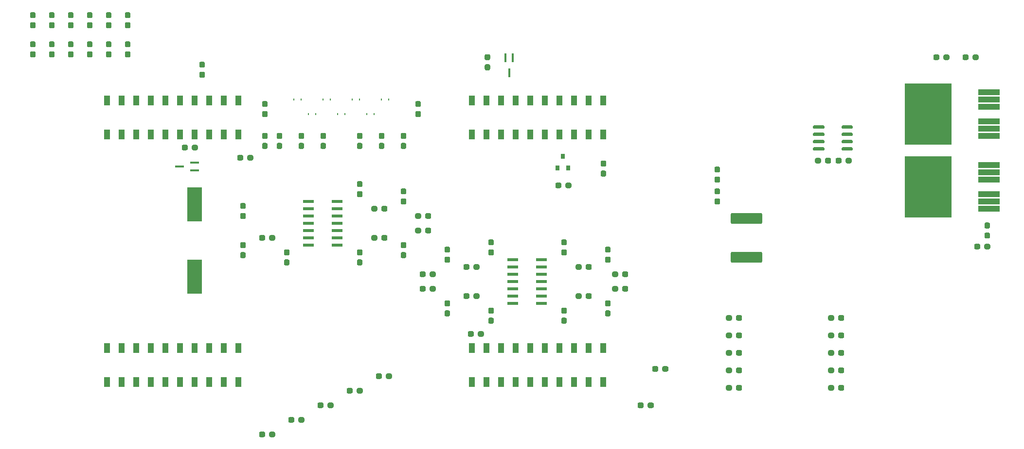
<source format=gbr>
%TF.GenerationSoftware,KiCad,Pcbnew,(5.1.6)-1*%
%TF.CreationDate,2020-11-27T18:27:37-06:00*%
%TF.ProjectId,BMS_2021_Rev1,424d535f-3230-4323-915f-526576312e6b,rev?*%
%TF.SameCoordinates,Original*%
%TF.FileFunction,Paste,Top*%
%TF.FilePolarity,Positive*%
%FSLAX46Y46*%
G04 Gerber Fmt 4.6, Leading zero omitted, Abs format (unit mm)*
G04 Created by KiCad (PCBNEW (5.1.6)-1) date 2020-11-27 18:27:37*
%MOMM*%
%LPD*%
G01*
G04 APERTURE LIST*
%ADD10R,0.990600X1.778000*%
%ADD11R,0.254000X0.406400*%
%ADD12R,8.200000X10.700000*%
%ADD13R,3.800000X1.050000*%
%ADD14R,0.800000X0.900000*%
%ADD15R,0.450000X1.500000*%
%ADD16R,1.981200X0.558800*%
%ADD17R,1.500000X0.450000*%
%ADD18R,2.500000X6.000000*%
G04 APERTURE END LIST*
D10*
%TO.C,U1*%
X85598000Y-42113200D03*
X83058000Y-42113200D03*
X80518000Y-42113200D03*
X77978000Y-42113200D03*
X75438000Y-42113200D03*
X72898000Y-42113200D03*
X70358000Y-42113200D03*
X67818000Y-42113200D03*
X65278000Y-42113200D03*
X62738000Y-42113200D03*
X85598000Y-48006000D03*
X83058000Y-48006000D03*
X80518000Y-48006000D03*
X77978000Y-48006000D03*
X75438000Y-48006000D03*
X72898000Y-48006000D03*
X70358000Y-48006000D03*
X67818000Y-48006000D03*
X65278000Y-48006000D03*
X62738000Y-48006000D03*
X85598000Y-91186000D03*
X83058000Y-91186000D03*
X80518000Y-91186000D03*
X77978000Y-91186000D03*
X75438000Y-91186000D03*
X72898000Y-91186000D03*
X70358000Y-91186000D03*
X67818000Y-91186000D03*
X65278000Y-91186000D03*
X62738000Y-91186000D03*
X85598000Y-85293200D03*
X83058000Y-85293200D03*
X80518000Y-85293200D03*
X77978000Y-85293200D03*
X75438000Y-85293200D03*
X72898000Y-85293200D03*
X70358000Y-85293200D03*
X67818000Y-85293200D03*
X65278000Y-85293200D03*
X62738000Y-85293200D03*
X131318000Y-42113200D03*
X128778000Y-42113200D03*
X126238000Y-42113200D03*
X149098000Y-48006000D03*
X146558000Y-48006000D03*
X144018000Y-48006000D03*
X141478000Y-48006000D03*
X138938000Y-48006000D03*
X136398000Y-48006000D03*
X133858000Y-48006000D03*
X131318000Y-48006000D03*
X128778000Y-48006000D03*
X126238000Y-48006000D03*
X149098000Y-91186000D03*
X144018000Y-91186000D03*
X138938000Y-91186000D03*
X136398000Y-91186000D03*
X133858000Y-91186000D03*
X131318000Y-91186000D03*
X128778000Y-91186000D03*
X149098000Y-85293200D03*
X144018000Y-85293200D03*
X133858000Y-85293200D03*
X131318000Y-85293200D03*
X128778000Y-85293200D03*
X126238000Y-85293200D03*
X138938000Y-85293200D03*
X141478000Y-85293200D03*
X146558000Y-91186000D03*
X133858000Y-42113200D03*
X136398000Y-42113200D03*
X146558000Y-85293200D03*
X141478000Y-91186000D03*
X144018000Y-42113200D03*
X141478000Y-42113200D03*
X136398000Y-85293200D03*
X138938000Y-42113200D03*
X146558000Y-42113200D03*
X149098000Y-42113200D03*
X126238000Y-91186000D03*
%TD*%
D11*
%TO.C,D4*%
X96443800Y-41910000D03*
X95250000Y-41910000D03*
%TD*%
%TO.C,R20*%
G36*
G01*
X144255000Y-71357500D02*
X144255000Y-70882500D01*
G75*
G02*
X144492500Y-70645000I237500J0D01*
G01*
X145067500Y-70645000D01*
G75*
G02*
X145305000Y-70882500I0J-237500D01*
G01*
X145305000Y-71357500D01*
G75*
G02*
X145067500Y-71595000I-237500J0D01*
G01*
X144492500Y-71595000D01*
G75*
G02*
X144255000Y-71357500I0J237500D01*
G01*
G37*
G36*
G01*
X146005000Y-71357500D02*
X146005000Y-70882500D01*
G75*
G02*
X146242500Y-70645000I237500J0D01*
G01*
X146817500Y-70645000D01*
G75*
G02*
X147055000Y-70882500I0J-237500D01*
G01*
X147055000Y-71357500D01*
G75*
G02*
X146817500Y-71595000I-237500J0D01*
G01*
X146242500Y-71595000D01*
G75*
G02*
X146005000Y-71357500I0J237500D01*
G01*
G37*
%TD*%
%TO.C,D11*%
X110490000Y-41910000D03*
X111683800Y-41910000D03*
%TD*%
%TO.C,D12*%
X109143800Y-44450000D03*
X107950000Y-44450000D03*
%TD*%
D12*
%TO.C,Q3*%
X205604000Y-44450000D03*
D13*
X216204000Y-40640000D03*
X216204000Y-41910000D03*
X216204000Y-43180000D03*
X216204000Y-45720000D03*
X216204000Y-46990000D03*
X216204000Y-48260000D03*
%TD*%
D12*
%TO.C,Q2*%
X205604000Y-57150000D03*
D13*
X216204000Y-53340000D03*
X216204000Y-54610000D03*
X216204000Y-55880000D03*
X216204000Y-58420000D03*
X216204000Y-59690000D03*
X216204000Y-60960000D03*
%TD*%
D14*
%TO.C,Q4*%
X142052000Y-51848000D03*
X143002000Y-53848000D03*
X141102000Y-53848000D03*
%TD*%
D15*
%TO.C,Q1*%
X132700000Y-37267500D03*
X132050000Y-34607500D03*
X133350000Y-34607500D03*
%TD*%
%TO.C,U7*%
G36*
G01*
X190541000Y-46886000D02*
X190541000Y-46586000D01*
G75*
G02*
X190691000Y-46436000I150000J0D01*
G01*
X192341000Y-46436000D01*
G75*
G02*
X192491000Y-46586000I0J-150000D01*
G01*
X192491000Y-46886000D01*
G75*
G02*
X192341000Y-47036000I-150000J0D01*
G01*
X190691000Y-47036000D01*
G75*
G02*
X190541000Y-46886000I0J150000D01*
G01*
G37*
G36*
G01*
X190541000Y-48156000D02*
X190541000Y-47856000D01*
G75*
G02*
X190691000Y-47706000I150000J0D01*
G01*
X192341000Y-47706000D01*
G75*
G02*
X192491000Y-47856000I0J-150000D01*
G01*
X192491000Y-48156000D01*
G75*
G02*
X192341000Y-48306000I-150000J0D01*
G01*
X190691000Y-48306000D01*
G75*
G02*
X190541000Y-48156000I0J150000D01*
G01*
G37*
G36*
G01*
X190541000Y-49426000D02*
X190541000Y-49126000D01*
G75*
G02*
X190691000Y-48976000I150000J0D01*
G01*
X192341000Y-48976000D01*
G75*
G02*
X192491000Y-49126000I0J-150000D01*
G01*
X192491000Y-49426000D01*
G75*
G02*
X192341000Y-49576000I-150000J0D01*
G01*
X190691000Y-49576000D01*
G75*
G02*
X190541000Y-49426000I0J150000D01*
G01*
G37*
G36*
G01*
X190541000Y-50696000D02*
X190541000Y-50396000D01*
G75*
G02*
X190691000Y-50246000I150000J0D01*
G01*
X192341000Y-50246000D01*
G75*
G02*
X192491000Y-50396000I0J-150000D01*
G01*
X192491000Y-50696000D01*
G75*
G02*
X192341000Y-50846000I-150000J0D01*
G01*
X190691000Y-50846000D01*
G75*
G02*
X190541000Y-50696000I0J150000D01*
G01*
G37*
G36*
G01*
X185591000Y-50696000D02*
X185591000Y-50396000D01*
G75*
G02*
X185741000Y-50246000I150000J0D01*
G01*
X187391000Y-50246000D01*
G75*
G02*
X187541000Y-50396000I0J-150000D01*
G01*
X187541000Y-50696000D01*
G75*
G02*
X187391000Y-50846000I-150000J0D01*
G01*
X185741000Y-50846000D01*
G75*
G02*
X185591000Y-50696000I0J150000D01*
G01*
G37*
G36*
G01*
X185591000Y-49426000D02*
X185591000Y-49126000D01*
G75*
G02*
X185741000Y-48976000I150000J0D01*
G01*
X187391000Y-48976000D01*
G75*
G02*
X187541000Y-49126000I0J-150000D01*
G01*
X187541000Y-49426000D01*
G75*
G02*
X187391000Y-49576000I-150000J0D01*
G01*
X185741000Y-49576000D01*
G75*
G02*
X185591000Y-49426000I0J150000D01*
G01*
G37*
G36*
G01*
X185591000Y-48156000D02*
X185591000Y-47856000D01*
G75*
G02*
X185741000Y-47706000I150000J0D01*
G01*
X187391000Y-47706000D01*
G75*
G02*
X187541000Y-47856000I0J-150000D01*
G01*
X187541000Y-48156000D01*
G75*
G02*
X187391000Y-48306000I-150000J0D01*
G01*
X185741000Y-48306000D01*
G75*
G02*
X185591000Y-48156000I0J150000D01*
G01*
G37*
G36*
G01*
X185591000Y-46886000D02*
X185591000Y-46586000D01*
G75*
G02*
X185741000Y-46436000I150000J0D01*
G01*
X187391000Y-46436000D01*
G75*
G02*
X187541000Y-46586000I0J-150000D01*
G01*
X187541000Y-46886000D01*
G75*
G02*
X187391000Y-47036000I-150000J0D01*
G01*
X185741000Y-47036000D01*
G75*
G02*
X185591000Y-46886000I0J150000D01*
G01*
G37*
%TD*%
D16*
%TO.C,U4*%
X138277600Y-69850000D03*
X138277600Y-71120000D03*
X138277600Y-72390000D03*
X138277600Y-73660000D03*
X138277600Y-74930000D03*
X138277600Y-76200000D03*
X138277600Y-77470000D03*
X133350000Y-77470000D03*
X133350000Y-76200000D03*
X133350000Y-74930000D03*
X133350000Y-73660000D03*
X133350000Y-72390000D03*
X133350000Y-71120000D03*
X133350000Y-69850000D03*
%TD*%
%TO.C,U3*%
X97790000Y-59690000D03*
X97790000Y-60960000D03*
X97790000Y-62230000D03*
X97790000Y-63500000D03*
X97790000Y-64770000D03*
X97790000Y-66040000D03*
X97790000Y-67310000D03*
X102717600Y-67310000D03*
X102717600Y-66040000D03*
X102717600Y-64770000D03*
X102717600Y-63500000D03*
X102717600Y-62230000D03*
X102717600Y-60960000D03*
X102717600Y-59690000D03*
%TD*%
%TO.C,R53*%
G36*
G01*
X66531500Y-27731000D02*
X66056500Y-27731000D01*
G75*
G02*
X65819000Y-27493500I0J237500D01*
G01*
X65819000Y-26918500D01*
G75*
G02*
X66056500Y-26681000I237500J0D01*
G01*
X66531500Y-26681000D01*
G75*
G02*
X66769000Y-26918500I0J-237500D01*
G01*
X66769000Y-27493500D01*
G75*
G02*
X66531500Y-27731000I-237500J0D01*
G01*
G37*
G36*
G01*
X66531500Y-29481000D02*
X66056500Y-29481000D01*
G75*
G02*
X65819000Y-29243500I0J237500D01*
G01*
X65819000Y-28668500D01*
G75*
G02*
X66056500Y-28431000I237500J0D01*
G01*
X66531500Y-28431000D01*
G75*
G02*
X66769000Y-28668500I0J-237500D01*
G01*
X66769000Y-29243500D01*
G75*
G02*
X66531500Y-29481000I-237500J0D01*
G01*
G37*
%TD*%
%TO.C,R52*%
G36*
G01*
X63229500Y-27731000D02*
X62754500Y-27731000D01*
G75*
G02*
X62517000Y-27493500I0J237500D01*
G01*
X62517000Y-26918500D01*
G75*
G02*
X62754500Y-26681000I237500J0D01*
G01*
X63229500Y-26681000D01*
G75*
G02*
X63467000Y-26918500I0J-237500D01*
G01*
X63467000Y-27493500D01*
G75*
G02*
X63229500Y-27731000I-237500J0D01*
G01*
G37*
G36*
G01*
X63229500Y-29481000D02*
X62754500Y-29481000D01*
G75*
G02*
X62517000Y-29243500I0J237500D01*
G01*
X62517000Y-28668500D01*
G75*
G02*
X62754500Y-28431000I237500J0D01*
G01*
X63229500Y-28431000D01*
G75*
G02*
X63467000Y-28668500I0J-237500D01*
G01*
X63467000Y-29243500D01*
G75*
G02*
X63229500Y-29481000I-237500J0D01*
G01*
G37*
%TD*%
%TO.C,R51*%
G36*
G01*
X59927500Y-27731000D02*
X59452500Y-27731000D01*
G75*
G02*
X59215000Y-27493500I0J237500D01*
G01*
X59215000Y-26918500D01*
G75*
G02*
X59452500Y-26681000I237500J0D01*
G01*
X59927500Y-26681000D01*
G75*
G02*
X60165000Y-26918500I0J-237500D01*
G01*
X60165000Y-27493500D01*
G75*
G02*
X59927500Y-27731000I-237500J0D01*
G01*
G37*
G36*
G01*
X59927500Y-29481000D02*
X59452500Y-29481000D01*
G75*
G02*
X59215000Y-29243500I0J237500D01*
G01*
X59215000Y-28668500D01*
G75*
G02*
X59452500Y-28431000I237500J0D01*
G01*
X59927500Y-28431000D01*
G75*
G02*
X60165000Y-28668500I0J-237500D01*
G01*
X60165000Y-29243500D01*
G75*
G02*
X59927500Y-29481000I-237500J0D01*
G01*
G37*
%TD*%
%TO.C,R50*%
G36*
G01*
X56625500Y-27731000D02*
X56150500Y-27731000D01*
G75*
G02*
X55913000Y-27493500I0J237500D01*
G01*
X55913000Y-26918500D01*
G75*
G02*
X56150500Y-26681000I237500J0D01*
G01*
X56625500Y-26681000D01*
G75*
G02*
X56863000Y-26918500I0J-237500D01*
G01*
X56863000Y-27493500D01*
G75*
G02*
X56625500Y-27731000I-237500J0D01*
G01*
G37*
G36*
G01*
X56625500Y-29481000D02*
X56150500Y-29481000D01*
G75*
G02*
X55913000Y-29243500I0J237500D01*
G01*
X55913000Y-28668500D01*
G75*
G02*
X56150500Y-28431000I237500J0D01*
G01*
X56625500Y-28431000D01*
G75*
G02*
X56863000Y-28668500I0J-237500D01*
G01*
X56863000Y-29243500D01*
G75*
G02*
X56625500Y-29481000I-237500J0D01*
G01*
G37*
%TD*%
%TO.C,R49*%
G36*
G01*
X53323500Y-27731000D02*
X52848500Y-27731000D01*
G75*
G02*
X52611000Y-27493500I0J237500D01*
G01*
X52611000Y-26918500D01*
G75*
G02*
X52848500Y-26681000I237500J0D01*
G01*
X53323500Y-26681000D01*
G75*
G02*
X53561000Y-26918500I0J-237500D01*
G01*
X53561000Y-27493500D01*
G75*
G02*
X53323500Y-27731000I-237500J0D01*
G01*
G37*
G36*
G01*
X53323500Y-29481000D02*
X52848500Y-29481000D01*
G75*
G02*
X52611000Y-29243500I0J237500D01*
G01*
X52611000Y-28668500D01*
G75*
G02*
X52848500Y-28431000I237500J0D01*
G01*
X53323500Y-28431000D01*
G75*
G02*
X53561000Y-28668500I0J-237500D01*
G01*
X53561000Y-29243500D01*
G75*
G02*
X53323500Y-29481000I-237500J0D01*
G01*
G37*
%TD*%
%TO.C,R48*%
G36*
G01*
X50021500Y-29481000D02*
X49546500Y-29481000D01*
G75*
G02*
X49309000Y-29243500I0J237500D01*
G01*
X49309000Y-28668500D01*
G75*
G02*
X49546500Y-28431000I237500J0D01*
G01*
X50021500Y-28431000D01*
G75*
G02*
X50259000Y-28668500I0J-237500D01*
G01*
X50259000Y-29243500D01*
G75*
G02*
X50021500Y-29481000I-237500J0D01*
G01*
G37*
G36*
G01*
X50021500Y-27731000D02*
X49546500Y-27731000D01*
G75*
G02*
X49309000Y-27493500I0J237500D01*
G01*
X49309000Y-26918500D01*
G75*
G02*
X49546500Y-26681000I237500J0D01*
G01*
X50021500Y-26681000D01*
G75*
G02*
X50259000Y-26918500I0J-237500D01*
G01*
X50259000Y-27493500D01*
G75*
G02*
X50021500Y-27731000I-237500J0D01*
G01*
G37*
%TD*%
%TO.C,R47*%
G36*
G01*
X76753000Y-50054500D02*
X76753000Y-50529500D01*
G75*
G02*
X76515500Y-50767000I-237500J0D01*
G01*
X75940500Y-50767000D01*
G75*
G02*
X75703000Y-50529500I0J237500D01*
G01*
X75703000Y-50054500D01*
G75*
G02*
X75940500Y-49817000I237500J0D01*
G01*
X76515500Y-49817000D01*
G75*
G02*
X76753000Y-50054500I0J-237500D01*
G01*
G37*
G36*
G01*
X78503000Y-50054500D02*
X78503000Y-50529500D01*
G75*
G02*
X78265500Y-50767000I-237500J0D01*
G01*
X77690500Y-50767000D01*
G75*
G02*
X77453000Y-50529500I0J237500D01*
G01*
X77453000Y-50054500D01*
G75*
G02*
X77690500Y-49817000I237500J0D01*
G01*
X78265500Y-49817000D01*
G75*
G02*
X78503000Y-50054500I0J-237500D01*
G01*
G37*
%TD*%
%TO.C,R46*%
G36*
G01*
X169147500Y-54655000D02*
X168672500Y-54655000D01*
G75*
G02*
X168435000Y-54417500I0J237500D01*
G01*
X168435000Y-53842500D01*
G75*
G02*
X168672500Y-53605000I237500J0D01*
G01*
X169147500Y-53605000D01*
G75*
G02*
X169385000Y-53842500I0J-237500D01*
G01*
X169385000Y-54417500D01*
G75*
G02*
X169147500Y-54655000I-237500J0D01*
G01*
G37*
G36*
G01*
X169147500Y-56405000D02*
X168672500Y-56405000D01*
G75*
G02*
X168435000Y-56167500I0J237500D01*
G01*
X168435000Y-55592500D01*
G75*
G02*
X168672500Y-55355000I237500J0D01*
G01*
X169147500Y-55355000D01*
G75*
G02*
X169385000Y-55592500I0J-237500D01*
G01*
X169385000Y-56167500D01*
G75*
G02*
X169147500Y-56405000I-237500J0D01*
G01*
G37*
%TD*%
%TO.C,R45*%
G36*
G01*
X169147500Y-58465000D02*
X168672500Y-58465000D01*
G75*
G02*
X168435000Y-58227500I0J237500D01*
G01*
X168435000Y-57652500D01*
G75*
G02*
X168672500Y-57415000I237500J0D01*
G01*
X169147500Y-57415000D01*
G75*
G02*
X169385000Y-57652500I0J-237500D01*
G01*
X169385000Y-58227500D01*
G75*
G02*
X169147500Y-58465000I-237500J0D01*
G01*
G37*
G36*
G01*
X169147500Y-60215000D02*
X168672500Y-60215000D01*
G75*
G02*
X168435000Y-59977500I0J237500D01*
G01*
X168435000Y-59402500D01*
G75*
G02*
X168672500Y-59165000I237500J0D01*
G01*
X169147500Y-59165000D01*
G75*
G02*
X169385000Y-59402500I0J-237500D01*
G01*
X169385000Y-59977500D01*
G75*
G02*
X169147500Y-60215000I-237500J0D01*
G01*
G37*
%TD*%
%TO.C,R44*%
G36*
G01*
X142477000Y-57133500D02*
X142477000Y-56658500D01*
G75*
G02*
X142714500Y-56421000I237500J0D01*
G01*
X143289500Y-56421000D01*
G75*
G02*
X143527000Y-56658500I0J-237500D01*
G01*
X143527000Y-57133500D01*
G75*
G02*
X143289500Y-57371000I-237500J0D01*
G01*
X142714500Y-57371000D01*
G75*
G02*
X142477000Y-57133500I0J237500D01*
G01*
G37*
G36*
G01*
X140727000Y-57133500D02*
X140727000Y-56658500D01*
G75*
G02*
X140964500Y-56421000I237500J0D01*
G01*
X141539500Y-56421000D01*
G75*
G02*
X141777000Y-56658500I0J-237500D01*
G01*
X141777000Y-57133500D01*
G75*
G02*
X141539500Y-57371000I-237500J0D01*
G01*
X140964500Y-57371000D01*
G75*
G02*
X140727000Y-57133500I0J237500D01*
G01*
G37*
%TD*%
%TO.C,R41*%
G36*
G01*
X209313000Y-34306500D02*
X209313000Y-34781500D01*
G75*
G02*
X209075500Y-35019000I-237500J0D01*
G01*
X208500500Y-35019000D01*
G75*
G02*
X208263000Y-34781500I0J237500D01*
G01*
X208263000Y-34306500D01*
G75*
G02*
X208500500Y-34069000I237500J0D01*
G01*
X209075500Y-34069000D01*
G75*
G02*
X209313000Y-34306500I0J-237500D01*
G01*
G37*
G36*
G01*
X207563000Y-34306500D02*
X207563000Y-34781500D01*
G75*
G02*
X207325500Y-35019000I-237500J0D01*
G01*
X206750500Y-35019000D01*
G75*
G02*
X206513000Y-34781500I0J237500D01*
G01*
X206513000Y-34306500D01*
G75*
G02*
X206750500Y-34069000I237500J0D01*
G01*
X207325500Y-34069000D01*
G75*
G02*
X207563000Y-34306500I0J-237500D01*
G01*
G37*
%TD*%
%TO.C,R40*%
G36*
G01*
X212643000Y-34306500D02*
X212643000Y-34781500D01*
G75*
G02*
X212405500Y-35019000I-237500J0D01*
G01*
X211830500Y-35019000D01*
G75*
G02*
X211593000Y-34781500I0J237500D01*
G01*
X211593000Y-34306500D01*
G75*
G02*
X211830500Y-34069000I237500J0D01*
G01*
X212405500Y-34069000D01*
G75*
G02*
X212643000Y-34306500I0J-237500D01*
G01*
G37*
G36*
G01*
X214393000Y-34306500D02*
X214393000Y-34781500D01*
G75*
G02*
X214155500Y-35019000I-237500J0D01*
G01*
X213580500Y-35019000D01*
G75*
G02*
X213343000Y-34781500I0J237500D01*
G01*
X213343000Y-34306500D01*
G75*
G02*
X213580500Y-34069000I237500J0D01*
G01*
X214155500Y-34069000D01*
G75*
G02*
X214393000Y-34306500I0J-237500D01*
G01*
G37*
%TD*%
%TO.C,R39*%
G36*
G01*
X214675000Y-67326500D02*
X214675000Y-67801500D01*
G75*
G02*
X214437500Y-68039000I-237500J0D01*
G01*
X213862500Y-68039000D01*
G75*
G02*
X213625000Y-67801500I0J237500D01*
G01*
X213625000Y-67326500D01*
G75*
G02*
X213862500Y-67089000I237500J0D01*
G01*
X214437500Y-67089000D01*
G75*
G02*
X214675000Y-67326500I0J-237500D01*
G01*
G37*
G36*
G01*
X216425000Y-67326500D02*
X216425000Y-67801500D01*
G75*
G02*
X216187500Y-68039000I-237500J0D01*
G01*
X215612500Y-68039000D01*
G75*
G02*
X215375000Y-67801500I0J237500D01*
G01*
X215375000Y-67326500D01*
G75*
G02*
X215612500Y-67089000I237500J0D01*
G01*
X216187500Y-67089000D01*
G75*
G02*
X216425000Y-67326500I0J-237500D01*
G01*
G37*
%TD*%
%TO.C,R38*%
G36*
G01*
X215662500Y-63370000D02*
X216137500Y-63370000D01*
G75*
G02*
X216375000Y-63607500I0J-237500D01*
G01*
X216375000Y-64182500D01*
G75*
G02*
X216137500Y-64420000I-237500J0D01*
G01*
X215662500Y-64420000D01*
G75*
G02*
X215425000Y-64182500I0J237500D01*
G01*
X215425000Y-63607500D01*
G75*
G02*
X215662500Y-63370000I237500J0D01*
G01*
G37*
G36*
G01*
X215662500Y-65120000D02*
X216137500Y-65120000D01*
G75*
G02*
X216375000Y-65357500I0J-237500D01*
G01*
X216375000Y-65932500D01*
G75*
G02*
X216137500Y-66170000I-237500J0D01*
G01*
X215662500Y-66170000D01*
G75*
G02*
X215425000Y-65932500I0J237500D01*
G01*
X215425000Y-65357500D01*
G75*
G02*
X215662500Y-65120000I237500J0D01*
G01*
G37*
%TD*%
%TO.C,R37*%
G36*
G01*
X187661000Y-52815500D02*
X187661000Y-52340500D01*
G75*
G02*
X187898500Y-52103000I237500J0D01*
G01*
X188473500Y-52103000D01*
G75*
G02*
X188711000Y-52340500I0J-237500D01*
G01*
X188711000Y-52815500D01*
G75*
G02*
X188473500Y-53053000I-237500J0D01*
G01*
X187898500Y-53053000D01*
G75*
G02*
X187661000Y-52815500I0J237500D01*
G01*
G37*
G36*
G01*
X185911000Y-52815500D02*
X185911000Y-52340500D01*
G75*
G02*
X186148500Y-52103000I237500J0D01*
G01*
X186723500Y-52103000D01*
G75*
G02*
X186961000Y-52340500I0J-237500D01*
G01*
X186961000Y-52815500D01*
G75*
G02*
X186723500Y-53053000I-237500J0D01*
G01*
X186148500Y-53053000D01*
G75*
G02*
X185911000Y-52815500I0J237500D01*
G01*
G37*
%TD*%
%TO.C,R36*%
G36*
G01*
X128667500Y-35769000D02*
X129142500Y-35769000D01*
G75*
G02*
X129380000Y-36006500I0J-237500D01*
G01*
X129380000Y-36581500D01*
G75*
G02*
X129142500Y-36819000I-237500J0D01*
G01*
X128667500Y-36819000D01*
G75*
G02*
X128430000Y-36581500I0J237500D01*
G01*
X128430000Y-36006500D01*
G75*
G02*
X128667500Y-35769000I237500J0D01*
G01*
G37*
G36*
G01*
X128667500Y-34019000D02*
X129142500Y-34019000D01*
G75*
G02*
X129380000Y-34256500I0J-237500D01*
G01*
X129380000Y-34831500D01*
G75*
G02*
X129142500Y-35069000I-237500J0D01*
G01*
X128667500Y-35069000D01*
G75*
G02*
X128430000Y-34831500I0J237500D01*
G01*
X128430000Y-34256500D01*
G75*
G02*
X128667500Y-34019000I237500J0D01*
G01*
G37*
%TD*%
D17*
%TO.C,Q5*%
X75318000Y-53594000D03*
X77978000Y-52944000D03*
X77978000Y-54244000D03*
%TD*%
%TO.C,F1*%
G36*
G01*
X176465001Y-63615000D02*
X171514999Y-63615000D01*
G75*
G02*
X171265000Y-63365001I0J249999D01*
G01*
X171265000Y-61939999D01*
G75*
G02*
X171514999Y-61690000I249999J0D01*
G01*
X176465001Y-61690000D01*
G75*
G02*
X176715000Y-61939999I0J-249999D01*
G01*
X176715000Y-63365001D01*
G75*
G02*
X176465001Y-63615000I-249999J0D01*
G01*
G37*
G36*
G01*
X176465001Y-70390000D02*
X171514999Y-70390000D01*
G75*
G02*
X171265000Y-70140001I0J249999D01*
G01*
X171265000Y-68714999D01*
G75*
G02*
X171514999Y-68465000I249999J0D01*
G01*
X176465001Y-68465000D01*
G75*
G02*
X176715000Y-68714999I0J-249999D01*
G01*
X176715000Y-70140001D01*
G75*
G02*
X176465001Y-70390000I-249999J0D01*
G01*
G37*
%TD*%
%TO.C,D26*%
G36*
G01*
X66056500Y-33511000D02*
X66531500Y-33511000D01*
G75*
G02*
X66769000Y-33748500I0J-237500D01*
G01*
X66769000Y-34323500D01*
G75*
G02*
X66531500Y-34561000I-237500J0D01*
G01*
X66056500Y-34561000D01*
G75*
G02*
X65819000Y-34323500I0J237500D01*
G01*
X65819000Y-33748500D01*
G75*
G02*
X66056500Y-33511000I237500J0D01*
G01*
G37*
G36*
G01*
X66056500Y-31761000D02*
X66531500Y-31761000D01*
G75*
G02*
X66769000Y-31998500I0J-237500D01*
G01*
X66769000Y-32573500D01*
G75*
G02*
X66531500Y-32811000I-237500J0D01*
G01*
X66056500Y-32811000D01*
G75*
G02*
X65819000Y-32573500I0J237500D01*
G01*
X65819000Y-31998500D01*
G75*
G02*
X66056500Y-31761000I237500J0D01*
G01*
G37*
%TD*%
%TO.C,D25*%
G36*
G01*
X62754500Y-33511000D02*
X63229500Y-33511000D01*
G75*
G02*
X63467000Y-33748500I0J-237500D01*
G01*
X63467000Y-34323500D01*
G75*
G02*
X63229500Y-34561000I-237500J0D01*
G01*
X62754500Y-34561000D01*
G75*
G02*
X62517000Y-34323500I0J237500D01*
G01*
X62517000Y-33748500D01*
G75*
G02*
X62754500Y-33511000I237500J0D01*
G01*
G37*
G36*
G01*
X62754500Y-31761000D02*
X63229500Y-31761000D01*
G75*
G02*
X63467000Y-31998500I0J-237500D01*
G01*
X63467000Y-32573500D01*
G75*
G02*
X63229500Y-32811000I-237500J0D01*
G01*
X62754500Y-32811000D01*
G75*
G02*
X62517000Y-32573500I0J237500D01*
G01*
X62517000Y-31998500D01*
G75*
G02*
X62754500Y-31761000I237500J0D01*
G01*
G37*
%TD*%
%TO.C,D24*%
G36*
G01*
X59452500Y-33511000D02*
X59927500Y-33511000D01*
G75*
G02*
X60165000Y-33748500I0J-237500D01*
G01*
X60165000Y-34323500D01*
G75*
G02*
X59927500Y-34561000I-237500J0D01*
G01*
X59452500Y-34561000D01*
G75*
G02*
X59215000Y-34323500I0J237500D01*
G01*
X59215000Y-33748500D01*
G75*
G02*
X59452500Y-33511000I237500J0D01*
G01*
G37*
G36*
G01*
X59452500Y-31761000D02*
X59927500Y-31761000D01*
G75*
G02*
X60165000Y-31998500I0J-237500D01*
G01*
X60165000Y-32573500D01*
G75*
G02*
X59927500Y-32811000I-237500J0D01*
G01*
X59452500Y-32811000D01*
G75*
G02*
X59215000Y-32573500I0J237500D01*
G01*
X59215000Y-31998500D01*
G75*
G02*
X59452500Y-31761000I237500J0D01*
G01*
G37*
%TD*%
%TO.C,D23*%
G36*
G01*
X56150500Y-33511000D02*
X56625500Y-33511000D01*
G75*
G02*
X56863000Y-33748500I0J-237500D01*
G01*
X56863000Y-34323500D01*
G75*
G02*
X56625500Y-34561000I-237500J0D01*
G01*
X56150500Y-34561000D01*
G75*
G02*
X55913000Y-34323500I0J237500D01*
G01*
X55913000Y-33748500D01*
G75*
G02*
X56150500Y-33511000I237500J0D01*
G01*
G37*
G36*
G01*
X56150500Y-31761000D02*
X56625500Y-31761000D01*
G75*
G02*
X56863000Y-31998500I0J-237500D01*
G01*
X56863000Y-32573500D01*
G75*
G02*
X56625500Y-32811000I-237500J0D01*
G01*
X56150500Y-32811000D01*
G75*
G02*
X55913000Y-32573500I0J237500D01*
G01*
X55913000Y-31998500D01*
G75*
G02*
X56150500Y-31761000I237500J0D01*
G01*
G37*
%TD*%
%TO.C,D22*%
G36*
G01*
X52848500Y-33511000D02*
X53323500Y-33511000D01*
G75*
G02*
X53561000Y-33748500I0J-237500D01*
G01*
X53561000Y-34323500D01*
G75*
G02*
X53323500Y-34561000I-237500J0D01*
G01*
X52848500Y-34561000D01*
G75*
G02*
X52611000Y-34323500I0J237500D01*
G01*
X52611000Y-33748500D01*
G75*
G02*
X52848500Y-33511000I237500J0D01*
G01*
G37*
G36*
G01*
X52848500Y-31761000D02*
X53323500Y-31761000D01*
G75*
G02*
X53561000Y-31998500I0J-237500D01*
G01*
X53561000Y-32573500D01*
G75*
G02*
X53323500Y-32811000I-237500J0D01*
G01*
X52848500Y-32811000D01*
G75*
G02*
X52611000Y-32573500I0J237500D01*
G01*
X52611000Y-31998500D01*
G75*
G02*
X52848500Y-31761000I237500J0D01*
G01*
G37*
%TD*%
%TO.C,D21*%
G36*
G01*
X49546500Y-31761000D02*
X50021500Y-31761000D01*
G75*
G02*
X50259000Y-31998500I0J-237500D01*
G01*
X50259000Y-32573500D01*
G75*
G02*
X50021500Y-32811000I-237500J0D01*
G01*
X49546500Y-32811000D01*
G75*
G02*
X49309000Y-32573500I0J237500D01*
G01*
X49309000Y-31998500D01*
G75*
G02*
X49546500Y-31761000I237500J0D01*
G01*
G37*
G36*
G01*
X49546500Y-33511000D02*
X50021500Y-33511000D01*
G75*
G02*
X50259000Y-33748500I0J-237500D01*
G01*
X50259000Y-34323500D01*
G75*
G02*
X50021500Y-34561000I-237500J0D01*
G01*
X49546500Y-34561000D01*
G75*
G02*
X49309000Y-34323500I0J237500D01*
G01*
X49309000Y-33748500D01*
G75*
G02*
X49546500Y-33511000I237500J0D01*
G01*
G37*
%TD*%
%TO.C,D20*%
G36*
G01*
X148860500Y-54311000D02*
X149335500Y-54311000D01*
G75*
G02*
X149573000Y-54548500I0J-237500D01*
G01*
X149573000Y-55123500D01*
G75*
G02*
X149335500Y-55361000I-237500J0D01*
G01*
X148860500Y-55361000D01*
G75*
G02*
X148623000Y-55123500I0J237500D01*
G01*
X148623000Y-54548500D01*
G75*
G02*
X148860500Y-54311000I237500J0D01*
G01*
G37*
G36*
G01*
X148860500Y-52561000D02*
X149335500Y-52561000D01*
G75*
G02*
X149573000Y-52798500I0J-237500D01*
G01*
X149573000Y-53373500D01*
G75*
G02*
X149335500Y-53611000I-237500J0D01*
G01*
X148860500Y-53611000D01*
G75*
G02*
X148623000Y-53373500I0J237500D01*
G01*
X148623000Y-52798500D01*
G75*
G02*
X148860500Y-52561000I237500J0D01*
G01*
G37*
%TD*%
%TO.C,D18*%
G36*
G01*
X79485500Y-38117000D02*
X79010500Y-38117000D01*
G75*
G02*
X78773000Y-37879500I0J237500D01*
G01*
X78773000Y-37304500D01*
G75*
G02*
X79010500Y-37067000I237500J0D01*
G01*
X79485500Y-37067000D01*
G75*
G02*
X79723000Y-37304500I0J-237500D01*
G01*
X79723000Y-37879500D01*
G75*
G02*
X79485500Y-38117000I-237500J0D01*
G01*
G37*
G36*
G01*
X79485500Y-36367000D02*
X79010500Y-36367000D01*
G75*
G02*
X78773000Y-36129500I0J237500D01*
G01*
X78773000Y-35554500D01*
G75*
G02*
X79010500Y-35317000I237500J0D01*
G01*
X79485500Y-35317000D01*
G75*
G02*
X79723000Y-35554500I0J-237500D01*
G01*
X79723000Y-36129500D01*
G75*
G02*
X79485500Y-36367000I-237500J0D01*
G01*
G37*
%TD*%
%TO.C,D17*%
G36*
G01*
X190545000Y-52340500D02*
X190545000Y-52815500D01*
G75*
G02*
X190307500Y-53053000I-237500J0D01*
G01*
X189732500Y-53053000D01*
G75*
G02*
X189495000Y-52815500I0J237500D01*
G01*
X189495000Y-52340500D01*
G75*
G02*
X189732500Y-52103000I237500J0D01*
G01*
X190307500Y-52103000D01*
G75*
G02*
X190545000Y-52340500I0J-237500D01*
G01*
G37*
G36*
G01*
X192295000Y-52340500D02*
X192295000Y-52815500D01*
G75*
G02*
X192057500Y-53053000I-237500J0D01*
G01*
X191482500Y-53053000D01*
G75*
G02*
X191245000Y-52815500I0J237500D01*
G01*
X191245000Y-52340500D01*
G75*
G02*
X191482500Y-52103000I237500J0D01*
G01*
X192057500Y-52103000D01*
G75*
G02*
X192295000Y-52340500I0J-237500D01*
G01*
G37*
%TD*%
D18*
%TO.C,B1*%
X77978000Y-60198000D03*
X77978000Y-72798000D03*
%TD*%
%TO.C,C10*%
G36*
G01*
X170417000Y-80247500D02*
X170417000Y-79772500D01*
G75*
G02*
X170654500Y-79535000I237500J0D01*
G01*
X171229500Y-79535000D01*
G75*
G02*
X171467000Y-79772500I0J-237500D01*
G01*
X171467000Y-80247500D01*
G75*
G02*
X171229500Y-80485000I-237500J0D01*
G01*
X170654500Y-80485000D01*
G75*
G02*
X170417000Y-80247500I0J237500D01*
G01*
G37*
G36*
G01*
X172167000Y-80247500D02*
X172167000Y-79772500D01*
G75*
G02*
X172404500Y-79535000I237500J0D01*
G01*
X172979500Y-79535000D01*
G75*
G02*
X173217000Y-79772500I0J-237500D01*
G01*
X173217000Y-80247500D01*
G75*
G02*
X172979500Y-80485000I-237500J0D01*
G01*
X172404500Y-80485000D01*
G75*
G02*
X172167000Y-80247500I0J237500D01*
G01*
G37*
%TD*%
%TO.C,C12*%
G36*
G01*
X172167000Y-83295500D02*
X172167000Y-82820500D01*
G75*
G02*
X172404500Y-82583000I237500J0D01*
G01*
X172979500Y-82583000D01*
G75*
G02*
X173217000Y-82820500I0J-237500D01*
G01*
X173217000Y-83295500D01*
G75*
G02*
X172979500Y-83533000I-237500J0D01*
G01*
X172404500Y-83533000D01*
G75*
G02*
X172167000Y-83295500I0J237500D01*
G01*
G37*
G36*
G01*
X170417000Y-83295500D02*
X170417000Y-82820500D01*
G75*
G02*
X170654500Y-82583000I237500J0D01*
G01*
X171229500Y-82583000D01*
G75*
G02*
X171467000Y-82820500I0J-237500D01*
G01*
X171467000Y-83295500D01*
G75*
G02*
X171229500Y-83533000I-237500J0D01*
G01*
X170654500Y-83533000D01*
G75*
G02*
X170417000Y-83295500I0J237500D01*
G01*
G37*
%TD*%
%TO.C,C13*%
G36*
G01*
X170417000Y-86343500D02*
X170417000Y-85868500D01*
G75*
G02*
X170654500Y-85631000I237500J0D01*
G01*
X171229500Y-85631000D01*
G75*
G02*
X171467000Y-85868500I0J-237500D01*
G01*
X171467000Y-86343500D01*
G75*
G02*
X171229500Y-86581000I-237500J0D01*
G01*
X170654500Y-86581000D01*
G75*
G02*
X170417000Y-86343500I0J237500D01*
G01*
G37*
G36*
G01*
X172167000Y-86343500D02*
X172167000Y-85868500D01*
G75*
G02*
X172404500Y-85631000I237500J0D01*
G01*
X172979500Y-85631000D01*
G75*
G02*
X173217000Y-85868500I0J-237500D01*
G01*
X173217000Y-86343500D01*
G75*
G02*
X172979500Y-86581000I-237500J0D01*
G01*
X172404500Y-86581000D01*
G75*
G02*
X172167000Y-86343500I0J237500D01*
G01*
G37*
%TD*%
%TO.C,C14*%
G36*
G01*
X172167000Y-89391500D02*
X172167000Y-88916500D01*
G75*
G02*
X172404500Y-88679000I237500J0D01*
G01*
X172979500Y-88679000D01*
G75*
G02*
X173217000Y-88916500I0J-237500D01*
G01*
X173217000Y-89391500D01*
G75*
G02*
X172979500Y-89629000I-237500J0D01*
G01*
X172404500Y-89629000D01*
G75*
G02*
X172167000Y-89391500I0J237500D01*
G01*
G37*
G36*
G01*
X170417000Y-89391500D02*
X170417000Y-88916500D01*
G75*
G02*
X170654500Y-88679000I237500J0D01*
G01*
X171229500Y-88679000D01*
G75*
G02*
X171467000Y-88916500I0J-237500D01*
G01*
X171467000Y-89391500D01*
G75*
G02*
X171229500Y-89629000I-237500J0D01*
G01*
X170654500Y-89629000D01*
G75*
G02*
X170417000Y-89391500I0J237500D01*
G01*
G37*
%TD*%
%TO.C,C15*%
G36*
G01*
X170417000Y-92439500D02*
X170417000Y-91964500D01*
G75*
G02*
X170654500Y-91727000I237500J0D01*
G01*
X171229500Y-91727000D01*
G75*
G02*
X171467000Y-91964500I0J-237500D01*
G01*
X171467000Y-92439500D01*
G75*
G02*
X171229500Y-92677000I-237500J0D01*
G01*
X170654500Y-92677000D01*
G75*
G02*
X170417000Y-92439500I0J237500D01*
G01*
G37*
G36*
G01*
X172167000Y-92439500D02*
X172167000Y-91964500D01*
G75*
G02*
X172404500Y-91727000I237500J0D01*
G01*
X172979500Y-91727000D01*
G75*
G02*
X173217000Y-91964500I0J-237500D01*
G01*
X173217000Y-92439500D01*
G75*
G02*
X172979500Y-92677000I-237500J0D01*
G01*
X172404500Y-92677000D01*
G75*
G02*
X172167000Y-92439500I0J237500D01*
G01*
G37*
%TD*%
%TO.C,C17*%
G36*
G01*
X188197000Y-80247500D02*
X188197000Y-79772500D01*
G75*
G02*
X188434500Y-79535000I237500J0D01*
G01*
X189009500Y-79535000D01*
G75*
G02*
X189247000Y-79772500I0J-237500D01*
G01*
X189247000Y-80247500D01*
G75*
G02*
X189009500Y-80485000I-237500J0D01*
G01*
X188434500Y-80485000D01*
G75*
G02*
X188197000Y-80247500I0J237500D01*
G01*
G37*
G36*
G01*
X189947000Y-80247500D02*
X189947000Y-79772500D01*
G75*
G02*
X190184500Y-79535000I237500J0D01*
G01*
X190759500Y-79535000D01*
G75*
G02*
X190997000Y-79772500I0J-237500D01*
G01*
X190997000Y-80247500D01*
G75*
G02*
X190759500Y-80485000I-237500J0D01*
G01*
X190184500Y-80485000D01*
G75*
G02*
X189947000Y-80247500I0J237500D01*
G01*
G37*
%TD*%
%TO.C,C18*%
G36*
G01*
X189947000Y-83295500D02*
X189947000Y-82820500D01*
G75*
G02*
X190184500Y-82583000I237500J0D01*
G01*
X190759500Y-82583000D01*
G75*
G02*
X190997000Y-82820500I0J-237500D01*
G01*
X190997000Y-83295500D01*
G75*
G02*
X190759500Y-83533000I-237500J0D01*
G01*
X190184500Y-83533000D01*
G75*
G02*
X189947000Y-83295500I0J237500D01*
G01*
G37*
G36*
G01*
X188197000Y-83295500D02*
X188197000Y-82820500D01*
G75*
G02*
X188434500Y-82583000I237500J0D01*
G01*
X189009500Y-82583000D01*
G75*
G02*
X189247000Y-82820500I0J-237500D01*
G01*
X189247000Y-83295500D01*
G75*
G02*
X189009500Y-83533000I-237500J0D01*
G01*
X188434500Y-83533000D01*
G75*
G02*
X188197000Y-83295500I0J237500D01*
G01*
G37*
%TD*%
%TO.C,C19*%
G36*
G01*
X188197000Y-86343500D02*
X188197000Y-85868500D01*
G75*
G02*
X188434500Y-85631000I237500J0D01*
G01*
X189009500Y-85631000D01*
G75*
G02*
X189247000Y-85868500I0J-237500D01*
G01*
X189247000Y-86343500D01*
G75*
G02*
X189009500Y-86581000I-237500J0D01*
G01*
X188434500Y-86581000D01*
G75*
G02*
X188197000Y-86343500I0J237500D01*
G01*
G37*
G36*
G01*
X189947000Y-86343500D02*
X189947000Y-85868500D01*
G75*
G02*
X190184500Y-85631000I237500J0D01*
G01*
X190759500Y-85631000D01*
G75*
G02*
X190997000Y-85868500I0J-237500D01*
G01*
X190997000Y-86343500D01*
G75*
G02*
X190759500Y-86581000I-237500J0D01*
G01*
X190184500Y-86581000D01*
G75*
G02*
X189947000Y-86343500I0J237500D01*
G01*
G37*
%TD*%
%TO.C,C20*%
G36*
G01*
X189947000Y-89391500D02*
X189947000Y-88916500D01*
G75*
G02*
X190184500Y-88679000I237500J0D01*
G01*
X190759500Y-88679000D01*
G75*
G02*
X190997000Y-88916500I0J-237500D01*
G01*
X190997000Y-89391500D01*
G75*
G02*
X190759500Y-89629000I-237500J0D01*
G01*
X190184500Y-89629000D01*
G75*
G02*
X189947000Y-89391500I0J237500D01*
G01*
G37*
G36*
G01*
X188197000Y-89391500D02*
X188197000Y-88916500D01*
G75*
G02*
X188434500Y-88679000I237500J0D01*
G01*
X189009500Y-88679000D01*
G75*
G02*
X189247000Y-88916500I0J-237500D01*
G01*
X189247000Y-89391500D01*
G75*
G02*
X189009500Y-89629000I-237500J0D01*
G01*
X188434500Y-89629000D01*
G75*
G02*
X188197000Y-89391500I0J237500D01*
G01*
G37*
%TD*%
%TO.C,C21*%
G36*
G01*
X189947000Y-92439500D02*
X189947000Y-91964500D01*
G75*
G02*
X190184500Y-91727000I237500J0D01*
G01*
X190759500Y-91727000D01*
G75*
G02*
X190997000Y-91964500I0J-237500D01*
G01*
X190997000Y-92439500D01*
G75*
G02*
X190759500Y-92677000I-237500J0D01*
G01*
X190184500Y-92677000D01*
G75*
G02*
X189947000Y-92439500I0J237500D01*
G01*
G37*
G36*
G01*
X188197000Y-92439500D02*
X188197000Y-91964500D01*
G75*
G02*
X188434500Y-91727000I237500J0D01*
G01*
X189009500Y-91727000D01*
G75*
G02*
X189247000Y-91964500I0J-237500D01*
G01*
X189247000Y-92439500D01*
G75*
G02*
X189009500Y-92677000I-237500J0D01*
G01*
X188434500Y-92677000D01*
G75*
G02*
X188197000Y-92439500I0J237500D01*
G01*
G37*
%TD*%
%TO.C,C1*%
G36*
G01*
X106917500Y-48785000D02*
X106442500Y-48785000D01*
G75*
G02*
X106205000Y-48547500I0J237500D01*
G01*
X106205000Y-47972500D01*
G75*
G02*
X106442500Y-47735000I237500J0D01*
G01*
X106917500Y-47735000D01*
G75*
G02*
X107155000Y-47972500I0J-237500D01*
G01*
X107155000Y-48547500D01*
G75*
G02*
X106917500Y-48785000I-237500J0D01*
G01*
G37*
G36*
G01*
X106917500Y-50535000D02*
X106442500Y-50535000D01*
G75*
G02*
X106205000Y-50297500I0J237500D01*
G01*
X106205000Y-49722500D01*
G75*
G02*
X106442500Y-49485000I237500J0D01*
G01*
X106917500Y-49485000D01*
G75*
G02*
X107155000Y-49722500I0J-237500D01*
G01*
X107155000Y-50297500D01*
G75*
G02*
X106917500Y-50535000I-237500J0D01*
G01*
G37*
%TD*%
%TO.C,C2*%
G36*
G01*
X100567500Y-48785000D02*
X100092500Y-48785000D01*
G75*
G02*
X99855000Y-48547500I0J237500D01*
G01*
X99855000Y-47972500D01*
G75*
G02*
X100092500Y-47735000I237500J0D01*
G01*
X100567500Y-47735000D01*
G75*
G02*
X100805000Y-47972500I0J-237500D01*
G01*
X100805000Y-48547500D01*
G75*
G02*
X100567500Y-48785000I-237500J0D01*
G01*
G37*
G36*
G01*
X100567500Y-50535000D02*
X100092500Y-50535000D01*
G75*
G02*
X99855000Y-50297500I0J237500D01*
G01*
X99855000Y-49722500D01*
G75*
G02*
X100092500Y-49485000I237500J0D01*
G01*
X100567500Y-49485000D01*
G75*
G02*
X100805000Y-49722500I0J-237500D01*
G01*
X100805000Y-50297500D01*
G75*
G02*
X100567500Y-50535000I-237500J0D01*
G01*
G37*
%TD*%
%TO.C,C3*%
G36*
G01*
X96757500Y-50535000D02*
X96282500Y-50535000D01*
G75*
G02*
X96045000Y-50297500I0J237500D01*
G01*
X96045000Y-49722500D01*
G75*
G02*
X96282500Y-49485000I237500J0D01*
G01*
X96757500Y-49485000D01*
G75*
G02*
X96995000Y-49722500I0J-237500D01*
G01*
X96995000Y-50297500D01*
G75*
G02*
X96757500Y-50535000I-237500J0D01*
G01*
G37*
G36*
G01*
X96757500Y-48785000D02*
X96282500Y-48785000D01*
G75*
G02*
X96045000Y-48547500I0J237500D01*
G01*
X96045000Y-47972500D01*
G75*
G02*
X96282500Y-47735000I237500J0D01*
G01*
X96757500Y-47735000D01*
G75*
G02*
X96995000Y-47972500I0J-237500D01*
G01*
X96995000Y-48547500D01*
G75*
G02*
X96757500Y-48785000I-237500J0D01*
G01*
G37*
%TD*%
%TO.C,C4*%
G36*
G01*
X92947500Y-48785000D02*
X92472500Y-48785000D01*
G75*
G02*
X92235000Y-48547500I0J237500D01*
G01*
X92235000Y-47972500D01*
G75*
G02*
X92472500Y-47735000I237500J0D01*
G01*
X92947500Y-47735000D01*
G75*
G02*
X93185000Y-47972500I0J-237500D01*
G01*
X93185000Y-48547500D01*
G75*
G02*
X92947500Y-48785000I-237500J0D01*
G01*
G37*
G36*
G01*
X92947500Y-50535000D02*
X92472500Y-50535000D01*
G75*
G02*
X92235000Y-50297500I0J237500D01*
G01*
X92235000Y-49722500D01*
G75*
G02*
X92472500Y-49485000I237500J0D01*
G01*
X92947500Y-49485000D01*
G75*
G02*
X93185000Y-49722500I0J-237500D01*
G01*
X93185000Y-50297500D01*
G75*
G02*
X92947500Y-50535000I-237500J0D01*
G01*
G37*
%TD*%
%TO.C,C5*%
G36*
G01*
X89932500Y-42175000D02*
X90407500Y-42175000D01*
G75*
G02*
X90645000Y-42412500I0J-237500D01*
G01*
X90645000Y-42987500D01*
G75*
G02*
X90407500Y-43225000I-237500J0D01*
G01*
X89932500Y-43225000D01*
G75*
G02*
X89695000Y-42987500I0J237500D01*
G01*
X89695000Y-42412500D01*
G75*
G02*
X89932500Y-42175000I237500J0D01*
G01*
G37*
G36*
G01*
X89932500Y-43925000D02*
X90407500Y-43925000D01*
G75*
G02*
X90645000Y-44162500I0J-237500D01*
G01*
X90645000Y-44737500D01*
G75*
G02*
X90407500Y-44975000I-237500J0D01*
G01*
X89932500Y-44975000D01*
G75*
G02*
X89695000Y-44737500I0J237500D01*
G01*
X89695000Y-44162500D01*
G75*
G02*
X89932500Y-43925000I237500J0D01*
G01*
G37*
%TD*%
%TO.C,C6*%
G36*
G01*
X116602500Y-42175000D02*
X117077500Y-42175000D01*
G75*
G02*
X117315000Y-42412500I0J-237500D01*
G01*
X117315000Y-42987500D01*
G75*
G02*
X117077500Y-43225000I-237500J0D01*
G01*
X116602500Y-43225000D01*
G75*
G02*
X116365000Y-42987500I0J237500D01*
G01*
X116365000Y-42412500D01*
G75*
G02*
X116602500Y-42175000I237500J0D01*
G01*
G37*
G36*
G01*
X116602500Y-43925000D02*
X117077500Y-43925000D01*
G75*
G02*
X117315000Y-44162500I0J-237500D01*
G01*
X117315000Y-44737500D01*
G75*
G02*
X117077500Y-44975000I-237500J0D01*
G01*
X116602500Y-44975000D01*
G75*
G02*
X116365000Y-44737500I0J237500D01*
G01*
X116365000Y-44162500D01*
G75*
G02*
X116602500Y-43925000I237500J0D01*
G01*
G37*
%TD*%
%TO.C,C7*%
G36*
G01*
X114537500Y-48785000D02*
X114062500Y-48785000D01*
G75*
G02*
X113825000Y-48547500I0J237500D01*
G01*
X113825000Y-47972500D01*
G75*
G02*
X114062500Y-47735000I237500J0D01*
G01*
X114537500Y-47735000D01*
G75*
G02*
X114775000Y-47972500I0J-237500D01*
G01*
X114775000Y-48547500D01*
G75*
G02*
X114537500Y-48785000I-237500J0D01*
G01*
G37*
G36*
G01*
X114537500Y-50535000D02*
X114062500Y-50535000D01*
G75*
G02*
X113825000Y-50297500I0J237500D01*
G01*
X113825000Y-49722500D01*
G75*
G02*
X114062500Y-49485000I237500J0D01*
G01*
X114537500Y-49485000D01*
G75*
G02*
X114775000Y-49722500I0J-237500D01*
G01*
X114775000Y-50297500D01*
G75*
G02*
X114537500Y-50535000I-237500J0D01*
G01*
G37*
%TD*%
%TO.C,C8*%
G36*
G01*
X110727500Y-50535000D02*
X110252500Y-50535000D01*
G75*
G02*
X110015000Y-50297500I0J237500D01*
G01*
X110015000Y-49722500D01*
G75*
G02*
X110252500Y-49485000I237500J0D01*
G01*
X110727500Y-49485000D01*
G75*
G02*
X110965000Y-49722500I0J-237500D01*
G01*
X110965000Y-50297500D01*
G75*
G02*
X110727500Y-50535000I-237500J0D01*
G01*
G37*
G36*
G01*
X110727500Y-48785000D02*
X110252500Y-48785000D01*
G75*
G02*
X110015000Y-48547500I0J237500D01*
G01*
X110015000Y-47972500D01*
G75*
G02*
X110252500Y-47735000I237500J0D01*
G01*
X110727500Y-47735000D01*
G75*
G02*
X110965000Y-47972500I0J-237500D01*
G01*
X110965000Y-48547500D01*
G75*
G02*
X110727500Y-48785000I-237500J0D01*
G01*
G37*
%TD*%
D11*
%TO.C,D1*%
X102870000Y-44450000D03*
X104063800Y-44450000D03*
%TD*%
%TO.C,D2*%
X101523800Y-41910000D03*
X100330000Y-41910000D03*
%TD*%
%TO.C,D3*%
X97790000Y-44450000D03*
X98983800Y-44450000D03*
%TD*%
%TO.C,D5*%
X106603800Y-41910000D03*
X105410000Y-41910000D03*
%TD*%
%TO.C,D6*%
G36*
G01*
X112285000Y-89932500D02*
X112285000Y-90407500D01*
G75*
G02*
X112047500Y-90645000I-237500J0D01*
G01*
X111472500Y-90645000D01*
G75*
G02*
X111235000Y-90407500I0J237500D01*
G01*
X111235000Y-89932500D01*
G75*
G02*
X111472500Y-89695000I237500J0D01*
G01*
X112047500Y-89695000D01*
G75*
G02*
X112285000Y-89932500I0J-237500D01*
G01*
G37*
G36*
G01*
X110535000Y-89932500D02*
X110535000Y-90407500D01*
G75*
G02*
X110297500Y-90645000I-237500J0D01*
G01*
X109722500Y-90645000D01*
G75*
G02*
X109485000Y-90407500I0J237500D01*
G01*
X109485000Y-89932500D01*
G75*
G02*
X109722500Y-89695000I237500J0D01*
G01*
X110297500Y-89695000D01*
G75*
G02*
X110535000Y-89932500I0J-237500D01*
G01*
G37*
%TD*%
%TO.C,D7*%
G36*
G01*
X100375000Y-95012500D02*
X100375000Y-95487500D01*
G75*
G02*
X100137500Y-95725000I-237500J0D01*
G01*
X99562500Y-95725000D01*
G75*
G02*
X99325000Y-95487500I0J237500D01*
G01*
X99325000Y-95012500D01*
G75*
G02*
X99562500Y-94775000I237500J0D01*
G01*
X100137500Y-94775000D01*
G75*
G02*
X100375000Y-95012500I0J-237500D01*
G01*
G37*
G36*
G01*
X102125000Y-95012500D02*
X102125000Y-95487500D01*
G75*
G02*
X101887500Y-95725000I-237500J0D01*
G01*
X101312500Y-95725000D01*
G75*
G02*
X101075000Y-95487500I0J237500D01*
G01*
X101075000Y-95012500D01*
G75*
G02*
X101312500Y-94775000I237500J0D01*
G01*
X101887500Y-94775000D01*
G75*
G02*
X102125000Y-95012500I0J-237500D01*
G01*
G37*
%TD*%
%TO.C,D8*%
G36*
G01*
X97045000Y-97552500D02*
X97045000Y-98027500D01*
G75*
G02*
X96807500Y-98265000I-237500J0D01*
G01*
X96232500Y-98265000D01*
G75*
G02*
X95995000Y-98027500I0J237500D01*
G01*
X95995000Y-97552500D01*
G75*
G02*
X96232500Y-97315000I237500J0D01*
G01*
X96807500Y-97315000D01*
G75*
G02*
X97045000Y-97552500I0J-237500D01*
G01*
G37*
G36*
G01*
X95295000Y-97552500D02*
X95295000Y-98027500D01*
G75*
G02*
X95057500Y-98265000I-237500J0D01*
G01*
X94482500Y-98265000D01*
G75*
G02*
X94245000Y-98027500I0J237500D01*
G01*
X94245000Y-97552500D01*
G75*
G02*
X94482500Y-97315000I237500J0D01*
G01*
X95057500Y-97315000D01*
G75*
G02*
X95295000Y-97552500I0J-237500D01*
G01*
G37*
%TD*%
%TO.C,D9*%
G36*
G01*
X105455000Y-92472500D02*
X105455000Y-92947500D01*
G75*
G02*
X105217500Y-93185000I-237500J0D01*
G01*
X104642500Y-93185000D01*
G75*
G02*
X104405000Y-92947500I0J237500D01*
G01*
X104405000Y-92472500D01*
G75*
G02*
X104642500Y-92235000I237500J0D01*
G01*
X105217500Y-92235000D01*
G75*
G02*
X105455000Y-92472500I0J-237500D01*
G01*
G37*
G36*
G01*
X107205000Y-92472500D02*
X107205000Y-92947500D01*
G75*
G02*
X106967500Y-93185000I-237500J0D01*
G01*
X106392500Y-93185000D01*
G75*
G02*
X106155000Y-92947500I0J237500D01*
G01*
X106155000Y-92472500D01*
G75*
G02*
X106392500Y-92235000I237500J0D01*
G01*
X106967500Y-92235000D01*
G75*
G02*
X107205000Y-92472500I0J-237500D01*
G01*
G37*
%TD*%
%TO.C,D10*%
G36*
G01*
X90215000Y-100092500D02*
X90215000Y-100567500D01*
G75*
G02*
X89977500Y-100805000I-237500J0D01*
G01*
X89402500Y-100805000D01*
G75*
G02*
X89165000Y-100567500I0J237500D01*
G01*
X89165000Y-100092500D01*
G75*
G02*
X89402500Y-99855000I237500J0D01*
G01*
X89977500Y-99855000D01*
G75*
G02*
X90215000Y-100092500I0J-237500D01*
G01*
G37*
G36*
G01*
X91965000Y-100092500D02*
X91965000Y-100567500D01*
G75*
G02*
X91727500Y-100805000I-237500J0D01*
G01*
X91152500Y-100805000D01*
G75*
G02*
X90915000Y-100567500I0J237500D01*
G01*
X90915000Y-100092500D01*
G75*
G02*
X91152500Y-99855000I237500J0D01*
G01*
X91727500Y-99855000D01*
G75*
G02*
X91965000Y-100092500I0J-237500D01*
G01*
G37*
%TD*%
%TO.C,D13*%
G36*
G01*
X157590000Y-89137500D02*
X157590000Y-88662500D01*
G75*
G02*
X157827500Y-88425000I237500J0D01*
G01*
X158402500Y-88425000D01*
G75*
G02*
X158640000Y-88662500I0J-237500D01*
G01*
X158640000Y-89137500D01*
G75*
G02*
X158402500Y-89375000I-237500J0D01*
G01*
X157827500Y-89375000D01*
G75*
G02*
X157590000Y-89137500I0J237500D01*
G01*
G37*
G36*
G01*
X159340000Y-89137500D02*
X159340000Y-88662500D01*
G75*
G02*
X159577500Y-88425000I237500J0D01*
G01*
X160152500Y-88425000D01*
G75*
G02*
X160390000Y-88662500I0J-237500D01*
G01*
X160390000Y-89137500D01*
G75*
G02*
X160152500Y-89375000I-237500J0D01*
G01*
X159577500Y-89375000D01*
G75*
G02*
X159340000Y-89137500I0J237500D01*
G01*
G37*
%TD*%
%TO.C,D14*%
G36*
G01*
X156800000Y-95487500D02*
X156800000Y-95012500D01*
G75*
G02*
X157037500Y-94775000I237500J0D01*
G01*
X157612500Y-94775000D01*
G75*
G02*
X157850000Y-95012500I0J-237500D01*
G01*
X157850000Y-95487500D01*
G75*
G02*
X157612500Y-95725000I-237500J0D01*
G01*
X157037500Y-95725000D01*
G75*
G02*
X156800000Y-95487500I0J237500D01*
G01*
G37*
G36*
G01*
X155050000Y-95487500D02*
X155050000Y-95012500D01*
G75*
G02*
X155287500Y-94775000I237500J0D01*
G01*
X155862500Y-94775000D01*
G75*
G02*
X156100000Y-95012500I0J-237500D01*
G01*
X156100000Y-95487500D01*
G75*
G02*
X155862500Y-95725000I-237500J0D01*
G01*
X155287500Y-95725000D01*
G75*
G02*
X155050000Y-95487500I0J237500D01*
G01*
G37*
%TD*%
%TO.C,D15*%
G36*
G01*
X128287000Y-82566500D02*
X128287000Y-83041500D01*
G75*
G02*
X128049500Y-83279000I-237500J0D01*
G01*
X127474500Y-83279000D01*
G75*
G02*
X127237000Y-83041500I0J237500D01*
G01*
X127237000Y-82566500D01*
G75*
G02*
X127474500Y-82329000I237500J0D01*
G01*
X128049500Y-82329000D01*
G75*
G02*
X128287000Y-82566500I0J-237500D01*
G01*
G37*
G36*
G01*
X126537000Y-82566500D02*
X126537000Y-83041500D01*
G75*
G02*
X126299500Y-83279000I-237500J0D01*
G01*
X125724500Y-83279000D01*
G75*
G02*
X125487000Y-83041500I0J237500D01*
G01*
X125487000Y-82566500D01*
G75*
G02*
X125724500Y-82329000I237500J0D01*
G01*
X126299500Y-82329000D01*
G75*
G02*
X126537000Y-82566500I0J-237500D01*
G01*
G37*
%TD*%
%TO.C,R1*%
G36*
G01*
X119905000Y-72152500D02*
X119905000Y-72627500D01*
G75*
G02*
X119667500Y-72865000I-237500J0D01*
G01*
X119092500Y-72865000D01*
G75*
G02*
X118855000Y-72627500I0J237500D01*
G01*
X118855000Y-72152500D01*
G75*
G02*
X119092500Y-71915000I237500J0D01*
G01*
X119667500Y-71915000D01*
G75*
G02*
X119905000Y-72152500I0J-237500D01*
G01*
G37*
G36*
G01*
X118155000Y-72152500D02*
X118155000Y-72627500D01*
G75*
G02*
X117917500Y-72865000I-237500J0D01*
G01*
X117342500Y-72865000D01*
G75*
G02*
X117105000Y-72627500I0J237500D01*
G01*
X117105000Y-72152500D01*
G75*
G02*
X117342500Y-71915000I237500J0D01*
G01*
X117917500Y-71915000D01*
G75*
G02*
X118155000Y-72152500I0J-237500D01*
G01*
G37*
%TD*%
%TO.C,R2*%
G36*
G01*
X125775000Y-70882500D02*
X125775000Y-71357500D01*
G75*
G02*
X125537500Y-71595000I-237500J0D01*
G01*
X124962500Y-71595000D01*
G75*
G02*
X124725000Y-71357500I0J237500D01*
G01*
X124725000Y-70882500D01*
G75*
G02*
X124962500Y-70645000I237500J0D01*
G01*
X125537500Y-70645000D01*
G75*
G02*
X125775000Y-70882500I0J-237500D01*
G01*
G37*
G36*
G01*
X127525000Y-70882500D02*
X127525000Y-71357500D01*
G75*
G02*
X127287500Y-71595000I-237500J0D01*
G01*
X126712500Y-71595000D01*
G75*
G02*
X126475000Y-71357500I0J237500D01*
G01*
X126475000Y-70882500D01*
G75*
G02*
X126712500Y-70645000I237500J0D01*
G01*
X127287500Y-70645000D01*
G75*
G02*
X127525000Y-70882500I0J-237500D01*
G01*
G37*
%TD*%
%TO.C,R3*%
G36*
G01*
X118065000Y-62467500D02*
X118065000Y-61992500D01*
G75*
G02*
X118302500Y-61755000I237500J0D01*
G01*
X118877500Y-61755000D01*
G75*
G02*
X119115000Y-61992500I0J-237500D01*
G01*
X119115000Y-62467500D01*
G75*
G02*
X118877500Y-62705000I-237500J0D01*
G01*
X118302500Y-62705000D01*
G75*
G02*
X118065000Y-62467500I0J237500D01*
G01*
G37*
G36*
G01*
X116315000Y-62467500D02*
X116315000Y-61992500D01*
G75*
G02*
X116552500Y-61755000I237500J0D01*
G01*
X117127500Y-61755000D01*
G75*
G02*
X117365000Y-61992500I0J-237500D01*
G01*
X117365000Y-62467500D01*
G75*
G02*
X117127500Y-62705000I-237500J0D01*
G01*
X116552500Y-62705000D01*
G75*
G02*
X116315000Y-62467500I0J237500D01*
G01*
G37*
%TD*%
%TO.C,R4*%
G36*
G01*
X108695000Y-61197500D02*
X108695000Y-60722500D01*
G75*
G02*
X108932500Y-60485000I237500J0D01*
G01*
X109507500Y-60485000D01*
G75*
G02*
X109745000Y-60722500I0J-237500D01*
G01*
X109745000Y-61197500D01*
G75*
G02*
X109507500Y-61435000I-237500J0D01*
G01*
X108932500Y-61435000D01*
G75*
G02*
X108695000Y-61197500I0J237500D01*
G01*
G37*
G36*
G01*
X110445000Y-61197500D02*
X110445000Y-60722500D01*
G75*
G02*
X110682500Y-60485000I237500J0D01*
G01*
X111257500Y-60485000D01*
G75*
G02*
X111495000Y-60722500I0J-237500D01*
G01*
X111495000Y-61197500D01*
G75*
G02*
X111257500Y-61435000I-237500J0D01*
G01*
X110682500Y-61435000D01*
G75*
G02*
X110445000Y-61197500I0J237500D01*
G01*
G37*
%TD*%
%TO.C,R5*%
G36*
G01*
X118065000Y-65007500D02*
X118065000Y-64532500D01*
G75*
G02*
X118302500Y-64295000I237500J0D01*
G01*
X118877500Y-64295000D01*
G75*
G02*
X119115000Y-64532500I0J-237500D01*
G01*
X119115000Y-65007500D01*
G75*
G02*
X118877500Y-65245000I-237500J0D01*
G01*
X118302500Y-65245000D01*
G75*
G02*
X118065000Y-65007500I0J237500D01*
G01*
G37*
G36*
G01*
X116315000Y-65007500D02*
X116315000Y-64532500D01*
G75*
G02*
X116552500Y-64295000I237500J0D01*
G01*
X117127500Y-64295000D01*
G75*
G02*
X117365000Y-64532500I0J-237500D01*
G01*
X117365000Y-65007500D01*
G75*
G02*
X117127500Y-65245000I-237500J0D01*
G01*
X116552500Y-65245000D01*
G75*
G02*
X116315000Y-65007500I0J237500D01*
G01*
G37*
%TD*%
%TO.C,R6*%
G36*
G01*
X108695000Y-66277500D02*
X108695000Y-65802500D01*
G75*
G02*
X108932500Y-65565000I237500J0D01*
G01*
X109507500Y-65565000D01*
G75*
G02*
X109745000Y-65802500I0J-237500D01*
G01*
X109745000Y-66277500D01*
G75*
G02*
X109507500Y-66515000I-237500J0D01*
G01*
X108932500Y-66515000D01*
G75*
G02*
X108695000Y-66277500I0J237500D01*
G01*
G37*
G36*
G01*
X110445000Y-66277500D02*
X110445000Y-65802500D01*
G75*
G02*
X110682500Y-65565000I237500J0D01*
G01*
X111257500Y-65565000D01*
G75*
G02*
X111495000Y-65802500I0J-237500D01*
G01*
X111495000Y-66277500D01*
G75*
G02*
X111257500Y-66515000I-237500J0D01*
G01*
X110682500Y-66515000D01*
G75*
G02*
X110445000Y-66277500I0J237500D01*
G01*
G37*
%TD*%
%TO.C,R7*%
G36*
G01*
X86597500Y-62755000D02*
X86122500Y-62755000D01*
G75*
G02*
X85885000Y-62517500I0J237500D01*
G01*
X85885000Y-61942500D01*
G75*
G02*
X86122500Y-61705000I237500J0D01*
G01*
X86597500Y-61705000D01*
G75*
G02*
X86835000Y-61942500I0J-237500D01*
G01*
X86835000Y-62517500D01*
G75*
G02*
X86597500Y-62755000I-237500J0D01*
G01*
G37*
G36*
G01*
X86597500Y-61005000D02*
X86122500Y-61005000D01*
G75*
G02*
X85885000Y-60767500I0J237500D01*
G01*
X85885000Y-60192500D01*
G75*
G02*
X86122500Y-59955000I237500J0D01*
G01*
X86597500Y-59955000D01*
G75*
G02*
X86835000Y-60192500I0J-237500D01*
G01*
X86835000Y-60767500D01*
G75*
G02*
X86597500Y-61005000I-237500J0D01*
G01*
G37*
%TD*%
%TO.C,R8*%
G36*
G01*
X91965000Y-65802500D02*
X91965000Y-66277500D01*
G75*
G02*
X91727500Y-66515000I-237500J0D01*
G01*
X91152500Y-66515000D01*
G75*
G02*
X90915000Y-66277500I0J237500D01*
G01*
X90915000Y-65802500D01*
G75*
G02*
X91152500Y-65565000I237500J0D01*
G01*
X91727500Y-65565000D01*
G75*
G02*
X91965000Y-65802500I0J-237500D01*
G01*
G37*
G36*
G01*
X90215000Y-65802500D02*
X90215000Y-66277500D01*
G75*
G02*
X89977500Y-66515000I-237500J0D01*
G01*
X89402500Y-66515000D01*
G75*
G02*
X89165000Y-66277500I0J237500D01*
G01*
X89165000Y-65802500D01*
G75*
G02*
X89402500Y-65565000I237500J0D01*
G01*
X89977500Y-65565000D01*
G75*
G02*
X90215000Y-65802500I0J-237500D01*
G01*
G37*
%TD*%
%TO.C,R9*%
G36*
G01*
X90407500Y-50535000D02*
X89932500Y-50535000D01*
G75*
G02*
X89695000Y-50297500I0J237500D01*
G01*
X89695000Y-49722500D01*
G75*
G02*
X89932500Y-49485000I237500J0D01*
G01*
X90407500Y-49485000D01*
G75*
G02*
X90645000Y-49722500I0J-237500D01*
G01*
X90645000Y-50297500D01*
G75*
G02*
X90407500Y-50535000I-237500J0D01*
G01*
G37*
G36*
G01*
X90407500Y-48785000D02*
X89932500Y-48785000D01*
G75*
G02*
X89695000Y-48547500I0J237500D01*
G01*
X89695000Y-47972500D01*
G75*
G02*
X89932500Y-47735000I237500J0D01*
G01*
X90407500Y-47735000D01*
G75*
G02*
X90645000Y-47972500I0J-237500D01*
G01*
X90645000Y-48547500D01*
G75*
G02*
X90407500Y-48785000I-237500J0D01*
G01*
G37*
%TD*%
%TO.C,R10*%
G36*
G01*
X86405000Y-51832500D02*
X86405000Y-52307500D01*
G75*
G02*
X86167500Y-52545000I-237500J0D01*
G01*
X85592500Y-52545000D01*
G75*
G02*
X85355000Y-52307500I0J237500D01*
G01*
X85355000Y-51832500D01*
G75*
G02*
X85592500Y-51595000I237500J0D01*
G01*
X86167500Y-51595000D01*
G75*
G02*
X86405000Y-51832500I0J-237500D01*
G01*
G37*
G36*
G01*
X88155000Y-51832500D02*
X88155000Y-52307500D01*
G75*
G02*
X87917500Y-52545000I-237500J0D01*
G01*
X87342500Y-52545000D01*
G75*
G02*
X87105000Y-52307500I0J237500D01*
G01*
X87105000Y-51832500D01*
G75*
G02*
X87342500Y-51595000I237500J0D01*
G01*
X87917500Y-51595000D01*
G75*
G02*
X88155000Y-51832500I0J-237500D01*
G01*
G37*
%TD*%
%TO.C,R11*%
G36*
G01*
X121682500Y-69325000D02*
X122157500Y-69325000D01*
G75*
G02*
X122395000Y-69562500I0J-237500D01*
G01*
X122395000Y-70137500D01*
G75*
G02*
X122157500Y-70375000I-237500J0D01*
G01*
X121682500Y-70375000D01*
G75*
G02*
X121445000Y-70137500I0J237500D01*
G01*
X121445000Y-69562500D01*
G75*
G02*
X121682500Y-69325000I237500J0D01*
G01*
G37*
G36*
G01*
X121682500Y-67575000D02*
X122157500Y-67575000D01*
G75*
G02*
X122395000Y-67812500I0J-237500D01*
G01*
X122395000Y-68387500D01*
G75*
G02*
X122157500Y-68625000I-237500J0D01*
G01*
X121682500Y-68625000D01*
G75*
G02*
X121445000Y-68387500I0J237500D01*
G01*
X121445000Y-67812500D01*
G75*
G02*
X121682500Y-67575000I237500J0D01*
G01*
G37*
%TD*%
%TO.C,R12*%
G36*
G01*
X114062500Y-57415000D02*
X114537500Y-57415000D01*
G75*
G02*
X114775000Y-57652500I0J-237500D01*
G01*
X114775000Y-58227500D01*
G75*
G02*
X114537500Y-58465000I-237500J0D01*
G01*
X114062500Y-58465000D01*
G75*
G02*
X113825000Y-58227500I0J237500D01*
G01*
X113825000Y-57652500D01*
G75*
G02*
X114062500Y-57415000I237500J0D01*
G01*
G37*
G36*
G01*
X114062500Y-59165000D02*
X114537500Y-59165000D01*
G75*
G02*
X114775000Y-59402500I0J-237500D01*
G01*
X114775000Y-59977500D01*
G75*
G02*
X114537500Y-60215000I-237500J0D01*
G01*
X114062500Y-60215000D01*
G75*
G02*
X113825000Y-59977500I0J237500D01*
G01*
X113825000Y-59402500D01*
G75*
G02*
X114062500Y-59165000I237500J0D01*
G01*
G37*
%TD*%
%TO.C,R13*%
G36*
G01*
X114537500Y-69585000D02*
X114062500Y-69585000D01*
G75*
G02*
X113825000Y-69347500I0J237500D01*
G01*
X113825000Y-68772500D01*
G75*
G02*
X114062500Y-68535000I237500J0D01*
G01*
X114537500Y-68535000D01*
G75*
G02*
X114775000Y-68772500I0J-237500D01*
G01*
X114775000Y-69347500D01*
G75*
G02*
X114537500Y-69585000I-237500J0D01*
G01*
G37*
G36*
G01*
X114537500Y-67835000D02*
X114062500Y-67835000D01*
G75*
G02*
X113825000Y-67597500I0J237500D01*
G01*
X113825000Y-67022500D01*
G75*
G02*
X114062500Y-66785000I237500J0D01*
G01*
X114537500Y-66785000D01*
G75*
G02*
X114775000Y-67022500I0J-237500D01*
G01*
X114775000Y-67597500D01*
G75*
G02*
X114537500Y-67835000I-237500J0D01*
G01*
G37*
%TD*%
%TO.C,R14*%
G36*
G01*
X86597500Y-67835000D02*
X86122500Y-67835000D01*
G75*
G02*
X85885000Y-67597500I0J237500D01*
G01*
X85885000Y-67022500D01*
G75*
G02*
X86122500Y-66785000I237500J0D01*
G01*
X86597500Y-66785000D01*
G75*
G02*
X86835000Y-67022500I0J-237500D01*
G01*
X86835000Y-67597500D01*
G75*
G02*
X86597500Y-67835000I-237500J0D01*
G01*
G37*
G36*
G01*
X86597500Y-69585000D02*
X86122500Y-69585000D01*
G75*
G02*
X85885000Y-69347500I0J237500D01*
G01*
X85885000Y-68772500D01*
G75*
G02*
X86122500Y-68535000I237500J0D01*
G01*
X86597500Y-68535000D01*
G75*
G02*
X86835000Y-68772500I0J-237500D01*
G01*
X86835000Y-69347500D01*
G75*
G02*
X86597500Y-69585000I-237500J0D01*
G01*
G37*
%TD*%
%TO.C,R15*%
G36*
G01*
X129302500Y-66305000D02*
X129777500Y-66305000D01*
G75*
G02*
X130015000Y-66542500I0J-237500D01*
G01*
X130015000Y-67117500D01*
G75*
G02*
X129777500Y-67355000I-237500J0D01*
G01*
X129302500Y-67355000D01*
G75*
G02*
X129065000Y-67117500I0J237500D01*
G01*
X129065000Y-66542500D01*
G75*
G02*
X129302500Y-66305000I237500J0D01*
G01*
G37*
G36*
G01*
X129302500Y-68055000D02*
X129777500Y-68055000D01*
G75*
G02*
X130015000Y-68292500I0J-237500D01*
G01*
X130015000Y-68867500D01*
G75*
G02*
X129777500Y-69105000I-237500J0D01*
G01*
X129302500Y-69105000D01*
G75*
G02*
X129065000Y-68867500I0J237500D01*
G01*
X129065000Y-68292500D01*
G75*
G02*
X129302500Y-68055000I237500J0D01*
G01*
G37*
%TD*%
%TO.C,R16*%
G36*
G01*
X106442500Y-57895000D02*
X106917500Y-57895000D01*
G75*
G02*
X107155000Y-58132500I0J-237500D01*
G01*
X107155000Y-58707500D01*
G75*
G02*
X106917500Y-58945000I-237500J0D01*
G01*
X106442500Y-58945000D01*
G75*
G02*
X106205000Y-58707500I0J237500D01*
G01*
X106205000Y-58132500D01*
G75*
G02*
X106442500Y-57895000I237500J0D01*
G01*
G37*
G36*
G01*
X106442500Y-56145000D02*
X106917500Y-56145000D01*
G75*
G02*
X107155000Y-56382500I0J-237500D01*
G01*
X107155000Y-56957500D01*
G75*
G02*
X106917500Y-57195000I-237500J0D01*
G01*
X106442500Y-57195000D01*
G75*
G02*
X106205000Y-56957500I0J237500D01*
G01*
X106205000Y-56382500D01*
G75*
G02*
X106442500Y-56145000I237500J0D01*
G01*
G37*
%TD*%
%TO.C,R17*%
G36*
G01*
X106917500Y-69105000D02*
X106442500Y-69105000D01*
G75*
G02*
X106205000Y-68867500I0J237500D01*
G01*
X106205000Y-68292500D01*
G75*
G02*
X106442500Y-68055000I237500J0D01*
G01*
X106917500Y-68055000D01*
G75*
G02*
X107155000Y-68292500I0J-237500D01*
G01*
X107155000Y-68867500D01*
G75*
G02*
X106917500Y-69105000I-237500J0D01*
G01*
G37*
G36*
G01*
X106917500Y-70855000D02*
X106442500Y-70855000D01*
G75*
G02*
X106205000Y-70617500I0J237500D01*
G01*
X106205000Y-70042500D01*
G75*
G02*
X106442500Y-69805000I237500J0D01*
G01*
X106917500Y-69805000D01*
G75*
G02*
X107155000Y-70042500I0J-237500D01*
G01*
X107155000Y-70617500D01*
G75*
G02*
X106917500Y-70855000I-237500J0D01*
G01*
G37*
%TD*%
%TO.C,R18*%
G36*
G01*
X94217500Y-69105000D02*
X93742500Y-69105000D01*
G75*
G02*
X93505000Y-68867500I0J237500D01*
G01*
X93505000Y-68292500D01*
G75*
G02*
X93742500Y-68055000I237500J0D01*
G01*
X94217500Y-68055000D01*
G75*
G02*
X94455000Y-68292500I0J-237500D01*
G01*
X94455000Y-68867500D01*
G75*
G02*
X94217500Y-69105000I-237500J0D01*
G01*
G37*
G36*
G01*
X94217500Y-70855000D02*
X93742500Y-70855000D01*
G75*
G02*
X93505000Y-70617500I0J237500D01*
G01*
X93505000Y-70042500D01*
G75*
G02*
X93742500Y-69805000I237500J0D01*
G01*
X94217500Y-69805000D01*
G75*
G02*
X94455000Y-70042500I0J-237500D01*
G01*
X94455000Y-70617500D01*
G75*
G02*
X94217500Y-70855000I-237500J0D01*
G01*
G37*
%TD*%
%TO.C,R19*%
G36*
G01*
X150605000Y-72627500D02*
X150605000Y-72152500D01*
G75*
G02*
X150842500Y-71915000I237500J0D01*
G01*
X151417500Y-71915000D01*
G75*
G02*
X151655000Y-72152500I0J-237500D01*
G01*
X151655000Y-72627500D01*
G75*
G02*
X151417500Y-72865000I-237500J0D01*
G01*
X150842500Y-72865000D01*
G75*
G02*
X150605000Y-72627500I0J237500D01*
G01*
G37*
G36*
G01*
X152355000Y-72627500D02*
X152355000Y-72152500D01*
G75*
G02*
X152592500Y-71915000I237500J0D01*
G01*
X153167500Y-71915000D01*
G75*
G02*
X153405000Y-72152500I0J-237500D01*
G01*
X153405000Y-72627500D01*
G75*
G02*
X153167500Y-72865000I-237500J0D01*
G01*
X152592500Y-72865000D01*
G75*
G02*
X152355000Y-72627500I0J237500D01*
G01*
G37*
%TD*%
%TO.C,R21*%
G36*
G01*
X150605000Y-75167500D02*
X150605000Y-74692500D01*
G75*
G02*
X150842500Y-74455000I237500J0D01*
G01*
X151417500Y-74455000D01*
G75*
G02*
X151655000Y-74692500I0J-237500D01*
G01*
X151655000Y-75167500D01*
G75*
G02*
X151417500Y-75405000I-237500J0D01*
G01*
X150842500Y-75405000D01*
G75*
G02*
X150605000Y-75167500I0J237500D01*
G01*
G37*
G36*
G01*
X152355000Y-75167500D02*
X152355000Y-74692500D01*
G75*
G02*
X152592500Y-74455000I237500J0D01*
G01*
X153167500Y-74455000D01*
G75*
G02*
X153405000Y-74692500I0J-237500D01*
G01*
X153405000Y-75167500D01*
G75*
G02*
X153167500Y-75405000I-237500J0D01*
G01*
X152592500Y-75405000D01*
G75*
G02*
X152355000Y-75167500I0J237500D01*
G01*
G37*
%TD*%
%TO.C,R22*%
G36*
G01*
X146005000Y-76437500D02*
X146005000Y-75962500D01*
G75*
G02*
X146242500Y-75725000I237500J0D01*
G01*
X146817500Y-75725000D01*
G75*
G02*
X147055000Y-75962500I0J-237500D01*
G01*
X147055000Y-76437500D01*
G75*
G02*
X146817500Y-76675000I-237500J0D01*
G01*
X146242500Y-76675000D01*
G75*
G02*
X146005000Y-76437500I0J237500D01*
G01*
G37*
G36*
G01*
X144255000Y-76437500D02*
X144255000Y-75962500D01*
G75*
G02*
X144492500Y-75725000I237500J0D01*
G01*
X145067500Y-75725000D01*
G75*
G02*
X145305000Y-75962500I0J-237500D01*
G01*
X145305000Y-76437500D01*
G75*
G02*
X145067500Y-76675000I-237500J0D01*
G01*
X144492500Y-76675000D01*
G75*
G02*
X144255000Y-76437500I0J237500D01*
G01*
G37*
%TD*%
%TO.C,R23*%
G36*
G01*
X119905000Y-74692500D02*
X119905000Y-75167500D01*
G75*
G02*
X119667500Y-75405000I-237500J0D01*
G01*
X119092500Y-75405000D01*
G75*
G02*
X118855000Y-75167500I0J237500D01*
G01*
X118855000Y-74692500D01*
G75*
G02*
X119092500Y-74455000I237500J0D01*
G01*
X119667500Y-74455000D01*
G75*
G02*
X119905000Y-74692500I0J-237500D01*
G01*
G37*
G36*
G01*
X118155000Y-74692500D02*
X118155000Y-75167500D01*
G75*
G02*
X117917500Y-75405000I-237500J0D01*
G01*
X117342500Y-75405000D01*
G75*
G02*
X117105000Y-75167500I0J237500D01*
G01*
X117105000Y-74692500D01*
G75*
G02*
X117342500Y-74455000I237500J0D01*
G01*
X117917500Y-74455000D01*
G75*
G02*
X118155000Y-74692500I0J-237500D01*
G01*
G37*
%TD*%
%TO.C,R24*%
G36*
G01*
X125775000Y-75962500D02*
X125775000Y-76437500D01*
G75*
G02*
X125537500Y-76675000I-237500J0D01*
G01*
X124962500Y-76675000D01*
G75*
G02*
X124725000Y-76437500I0J237500D01*
G01*
X124725000Y-75962500D01*
G75*
G02*
X124962500Y-75725000I237500J0D01*
G01*
X125537500Y-75725000D01*
G75*
G02*
X125775000Y-75962500I0J-237500D01*
G01*
G37*
G36*
G01*
X127525000Y-75962500D02*
X127525000Y-76437500D01*
G75*
G02*
X127287500Y-76675000I-237500J0D01*
G01*
X126712500Y-76675000D01*
G75*
G02*
X126475000Y-76437500I0J237500D01*
G01*
X126475000Y-75962500D01*
G75*
G02*
X126712500Y-75725000I237500J0D01*
G01*
X127287500Y-75725000D01*
G75*
G02*
X127525000Y-75962500I0J-237500D01*
G01*
G37*
%TD*%
%TO.C,R25*%
G36*
G01*
X149622500Y-69325000D02*
X150097500Y-69325000D01*
G75*
G02*
X150335000Y-69562500I0J-237500D01*
G01*
X150335000Y-70137500D01*
G75*
G02*
X150097500Y-70375000I-237500J0D01*
G01*
X149622500Y-70375000D01*
G75*
G02*
X149385000Y-70137500I0J237500D01*
G01*
X149385000Y-69562500D01*
G75*
G02*
X149622500Y-69325000I237500J0D01*
G01*
G37*
G36*
G01*
X149622500Y-67575000D02*
X150097500Y-67575000D01*
G75*
G02*
X150335000Y-67812500I0J-237500D01*
G01*
X150335000Y-68387500D01*
G75*
G02*
X150097500Y-68625000I-237500J0D01*
G01*
X149622500Y-68625000D01*
G75*
G02*
X149385000Y-68387500I0J237500D01*
G01*
X149385000Y-67812500D01*
G75*
G02*
X149622500Y-67575000I237500J0D01*
G01*
G37*
%TD*%
%TO.C,R26*%
G36*
G01*
X150097500Y-77995000D02*
X149622500Y-77995000D01*
G75*
G02*
X149385000Y-77757500I0J237500D01*
G01*
X149385000Y-77182500D01*
G75*
G02*
X149622500Y-76945000I237500J0D01*
G01*
X150097500Y-76945000D01*
G75*
G02*
X150335000Y-77182500I0J-237500D01*
G01*
X150335000Y-77757500D01*
G75*
G02*
X150097500Y-77995000I-237500J0D01*
G01*
G37*
G36*
G01*
X150097500Y-79745000D02*
X149622500Y-79745000D01*
G75*
G02*
X149385000Y-79507500I0J237500D01*
G01*
X149385000Y-78932500D01*
G75*
G02*
X149622500Y-78695000I237500J0D01*
G01*
X150097500Y-78695000D01*
G75*
G02*
X150335000Y-78932500I0J-237500D01*
G01*
X150335000Y-79507500D01*
G75*
G02*
X150097500Y-79745000I-237500J0D01*
G01*
G37*
%TD*%
%TO.C,R27*%
G36*
G01*
X122157500Y-79745000D02*
X121682500Y-79745000D01*
G75*
G02*
X121445000Y-79507500I0J237500D01*
G01*
X121445000Y-78932500D01*
G75*
G02*
X121682500Y-78695000I237500J0D01*
G01*
X122157500Y-78695000D01*
G75*
G02*
X122395000Y-78932500I0J-237500D01*
G01*
X122395000Y-79507500D01*
G75*
G02*
X122157500Y-79745000I-237500J0D01*
G01*
G37*
G36*
G01*
X122157500Y-77995000D02*
X121682500Y-77995000D01*
G75*
G02*
X121445000Y-77757500I0J237500D01*
G01*
X121445000Y-77182500D01*
G75*
G02*
X121682500Y-76945000I237500J0D01*
G01*
X122157500Y-76945000D01*
G75*
G02*
X122395000Y-77182500I0J-237500D01*
G01*
X122395000Y-77757500D01*
G75*
G02*
X122157500Y-77995000I-237500J0D01*
G01*
G37*
%TD*%
%TO.C,R28*%
G36*
G01*
X142002500Y-66305000D02*
X142477500Y-66305000D01*
G75*
G02*
X142715000Y-66542500I0J-237500D01*
G01*
X142715000Y-67117500D01*
G75*
G02*
X142477500Y-67355000I-237500J0D01*
G01*
X142002500Y-67355000D01*
G75*
G02*
X141765000Y-67117500I0J237500D01*
G01*
X141765000Y-66542500D01*
G75*
G02*
X142002500Y-66305000I237500J0D01*
G01*
G37*
G36*
G01*
X142002500Y-68055000D02*
X142477500Y-68055000D01*
G75*
G02*
X142715000Y-68292500I0J-237500D01*
G01*
X142715000Y-68867500D01*
G75*
G02*
X142477500Y-69105000I-237500J0D01*
G01*
X142002500Y-69105000D01*
G75*
G02*
X141765000Y-68867500I0J237500D01*
G01*
X141765000Y-68292500D01*
G75*
G02*
X142002500Y-68055000I237500J0D01*
G01*
G37*
%TD*%
%TO.C,R29*%
G36*
G01*
X142477500Y-81015000D02*
X142002500Y-81015000D01*
G75*
G02*
X141765000Y-80777500I0J237500D01*
G01*
X141765000Y-80202500D01*
G75*
G02*
X142002500Y-79965000I237500J0D01*
G01*
X142477500Y-79965000D01*
G75*
G02*
X142715000Y-80202500I0J-237500D01*
G01*
X142715000Y-80777500D01*
G75*
G02*
X142477500Y-81015000I-237500J0D01*
G01*
G37*
G36*
G01*
X142477500Y-79265000D02*
X142002500Y-79265000D01*
G75*
G02*
X141765000Y-79027500I0J237500D01*
G01*
X141765000Y-78452500D01*
G75*
G02*
X142002500Y-78215000I237500J0D01*
G01*
X142477500Y-78215000D01*
G75*
G02*
X142715000Y-78452500I0J-237500D01*
G01*
X142715000Y-79027500D01*
G75*
G02*
X142477500Y-79265000I-237500J0D01*
G01*
G37*
%TD*%
%TO.C,R30*%
G36*
G01*
X129777500Y-81015000D02*
X129302500Y-81015000D01*
G75*
G02*
X129065000Y-80777500I0J237500D01*
G01*
X129065000Y-80202500D01*
G75*
G02*
X129302500Y-79965000I237500J0D01*
G01*
X129777500Y-79965000D01*
G75*
G02*
X130015000Y-80202500I0J-237500D01*
G01*
X130015000Y-80777500D01*
G75*
G02*
X129777500Y-81015000I-237500J0D01*
G01*
G37*
G36*
G01*
X129777500Y-79265000D02*
X129302500Y-79265000D01*
G75*
G02*
X129065000Y-79027500I0J237500D01*
G01*
X129065000Y-78452500D01*
G75*
G02*
X129302500Y-78215000I237500J0D01*
G01*
X129777500Y-78215000D01*
G75*
G02*
X130015000Y-78452500I0J-237500D01*
G01*
X130015000Y-79027500D01*
G75*
G02*
X129777500Y-79265000I-237500J0D01*
G01*
G37*
%TD*%
M02*

</source>
